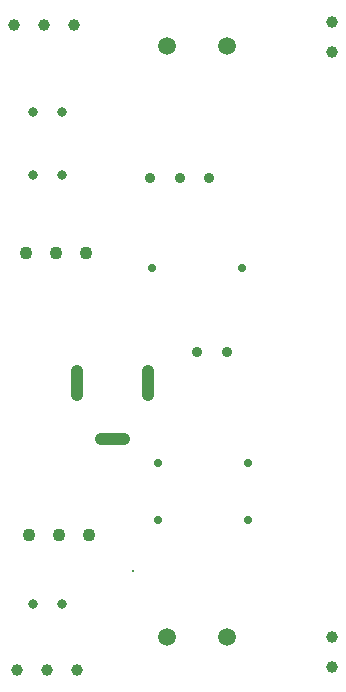
<source format=gbr>
%TF.GenerationSoftware,KiCad,Pcbnew,9.0.2*%
%TF.CreationDate,2025-06-18T23:29:12+06:00*%
%TF.ProjectId,Breadboardpower_Supply,42726561-6462-46f6-9172-64706f776572,rev?*%
%TF.SameCoordinates,Original*%
%TF.FileFunction,Plated,1,2,PTH,Mixed*%
%TF.FilePolarity,Positive*%
%FSLAX46Y46*%
G04 Gerber Fmt 4.6, Leading zero omitted, Abs format (unit mm)*
G04 Created by KiCad (PCBNEW 9.0.2) date 2025-06-18 23:29:12*
%MOMM*%
%LPD*%
G01*
G04 APERTURE LIST*
%TA.AperFunction,ViaDrill*%
%ADD10C,0.300000*%
%TD*%
%TA.AperFunction,ComponentDrill*%
%ADD11C,0.700000*%
%TD*%
%TA.AperFunction,ComponentDrill*%
%ADD12C,0.800000*%
%TD*%
%TA.AperFunction,ComponentDrill*%
%ADD13C,0.900000*%
%TD*%
%TA.AperFunction,ComponentDrill*%
%ADD14C,1.000000*%
%TD*%
G04 aperture for slot hole*
%TA.AperFunction,ComponentDrill*%
%ADD15C,1.000000*%
%TD*%
%TA.AperFunction,ComponentDrill*%
%ADD16C,1.100000*%
%TD*%
%TA.AperFunction,ComponentDrill*%
%ADD17C,1.520000*%
%TD*%
G04 APERTURE END LIST*
D10*
X89271000Y-116078000D03*
D11*
%TO.C,R1*%
X90932000Y-90424000D03*
%TO.C,R3*%
X91422000Y-111760000D03*
%TO.C,R2*%
X91440000Y-106934000D03*
%TO.C,R1*%
X98552000Y-90424000D03*
%TO.C,R3*%
X99042000Y-111760000D03*
%TO.C,R2*%
X99060000Y-106934000D03*
D12*
%TO.C,C1*%
X80812000Y-77216000D03*
%TO.C,C2*%
X80812000Y-82550000D03*
%TO.C,C3*%
X80812000Y-118872000D03*
%TO.C,C1*%
X83312000Y-77216000D03*
%TO.C,C2*%
X83312000Y-82550000D03*
%TO.C,C3*%
X83312000Y-118872000D03*
D13*
%TO.C,S1*%
X90758000Y-82804000D03*
X93258000Y-82804000D03*
%TO.C,D1*%
X94742000Y-97536000D03*
%TO.C,S1*%
X95758000Y-82804000D03*
%TO.C,D1*%
X97282000Y-97536000D03*
D14*
%TO.C,J3*%
X79248000Y-69850000D03*
%TO.C,J7*%
X79502000Y-124399000D03*
%TO.C,J3*%
X81788000Y-69850000D03*
%TO.C,J7*%
X82042000Y-124399000D03*
%TO.C,J3*%
X84328000Y-69850000D03*
D15*
%TO.C,J5*%
X84582000Y-101134500D02*
X84582000Y-99134500D01*
D14*
%TO.C,J7*%
X84582000Y-124399000D03*
D15*
%TO.C,J5*%
X88582000Y-104834500D02*
X86582000Y-104834500D01*
X90582000Y-101134500D02*
X90582000Y-99134500D01*
D14*
%TO.C,J1*%
X106172000Y-69596000D03*
X106172000Y-72136000D03*
%TO.C,J2*%
X106172000Y-121666000D03*
X106172000Y-124206000D03*
D16*
%TO.C,U1*%
X80264000Y-89154000D03*
%TO.C,U2*%
X80518000Y-113030000D03*
%TO.C,U1*%
X82804000Y-89154000D03*
%TO.C,U2*%
X83058000Y-113030000D03*
%TO.C,U1*%
X85344000Y-89154000D03*
%TO.C,U2*%
X85598000Y-113030000D03*
D17*
%TO.C,J4*%
X92202000Y-71628000D03*
%TO.C,J6*%
X92202000Y-121666000D03*
%TO.C,J4*%
X97282000Y-71628000D03*
%TO.C,J6*%
X97282000Y-121666000D03*
M02*

</source>
